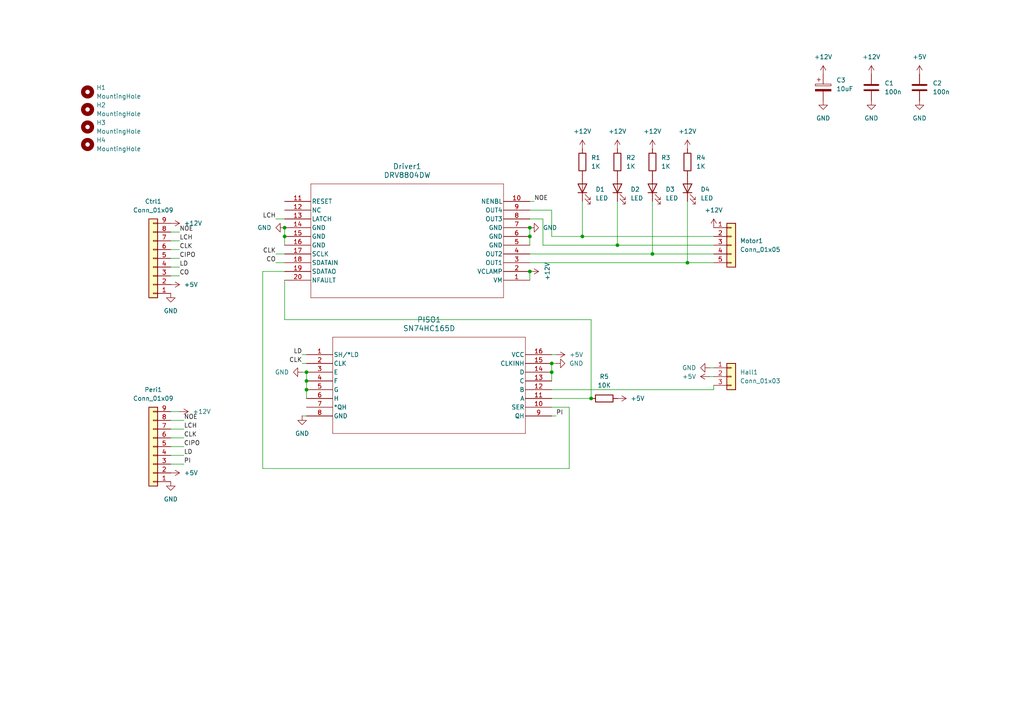
<source format=kicad_sch>
(kicad_sch (version 20250114) (generator "eeschema") (generator_version "9.0")
  (paper "A4")
  (lib_symbols
    (symbol "Connector_Generic:Conn_01x03" (pin_names (offset 1.016) (hide yes))
      (property "Reference" "J" (at 0 5.08 0))
      (property "Value" "Conn_01x03" (at 0 -5.08 0))
      (symbol "Conn_01x03_1_1"
        (rectangle (start -1.27 3.81) (end 1.27 -3.81) (stroke (width 0.254)) (fill (type background)))
        (rectangle (start -1.27 2.667) (end 0 2.413) (stroke (width 0.1524)))
        (rectangle (start -1.27 0.127) (end 0 -0.127) (stroke (width 0.1524)))
        (rectangle (start -1.27 -2.413) (end 0 -2.667) (stroke (width 0.1524)))
        (pin passive line (at -5.08 2.54 0) (length 3.81) (name "Pin_1") (number "1"))
        (pin passive line (at -5.08 0 0) (length 3.81) (name "Pin_2") (number "2"))
        (pin passive line (at -5.08 -2.54 0) (length 3.81) (name "Pin_3") (number "3"))
      )
    )
    (symbol "Connector_Generic:Conn_01x05" (pin_names (offset 1.016) (hide yes))
      (property "Reference" "J" (at 0 7.62 0))
      (property "Value" "Conn_01x05" (at 0 -7.62 0))
      (symbol "Conn_01x05_1_1"
        (rectangle (start -1.27 6.35) (end 1.27 -6.35) (stroke (width 0.254)) (fill (type background)))
        (rectangle (start -1.27 5.207) (end 0 4.953) (stroke (width 0.1524)))
        (rectangle (start -1.27 2.667) (end 0 2.413) (stroke (width 0.1524)))
        (rectangle (start -1.27 0.127) (end 0 -0.127) (stroke (width 0.1524)))
        (rectangle (start -1.27 -2.413) (end 0 -2.667) (stroke (width 0.1524)))
        (rectangle (start -1.27 -4.953) (end 0 -5.207) (stroke (width 0.1524)))
        (pin passive line (at -5.08 5.08 0) (length 3.81) (name "Pin_1") (number "1"))
        (pin passive line (at -5.08 2.54 0) (length 3.81) (name "Pin_2") (number "2"))
        (pin passive line (at -5.08 0 0) (length 3.81) (name "Pin_3") (number "3"))
        (pin passive line (at -5.08 -2.54 0) (length 3.81) (name "Pin_4") (number "4"))
        (pin passive line (at -5.08 -5.08 0) (length 3.81) (name "Pin_5") (number "5"))
      )
    )
    (symbol "Connector_Generic:Conn_01x09" (pin_names (offset 1.016) (hide yes))
      (property "Reference" "J" (at 0 12.7 0))
      (property "Value" "Conn_01x09" (at 0 -12.7 0))
      (symbol "Conn_01x09_1_1"
        (rectangle (start -1.27 11.43) (end 1.27 -11.43) (stroke (width 0.254)) (fill (type background)))
        (rectangle (start -1.27 10.287) (end 0 10.033) (stroke (width 0.1524)))
        (rectangle (start -1.27 7.747) (end 0 7.493) (stroke (width 0.1524)))
        (rectangle (start -1.27 5.207) (end 0 4.953) (stroke (width 0.1524)))
        (rectangle (start -1.27 2.667) (end 0 2.413) (stroke (width 0.1524)))
        (rectangle (start -1.27 0.127) (end 0 -0.127) (stroke (width 0.1524)))
        (rectangle (start -1.27 -2.413) (end 0 -2.667) (stroke (width 0.1524)))
        (rectangle (start -1.27 -4.953) (end 0 -5.207) (stroke (width 0.1524)))
        (rectangle (start -1.27 -7.493) (end 0 -7.747) (stroke (width 0.1524)))
        (rectangle (start -1.27 -10.033) (end 0 -10.287) (stroke (width 0.1524)))
        (pin passive line (at -5.08 10.16 0) (length 3.81) (name "Pin_1") (number "1"))
        (pin passive line (at -5.08 7.62 0) (length 3.81) (name "Pin_2") (number "2"))
        (pin passive line (at -5.08 5.08 0) (length 3.81) (name "Pin_3") (number "3"))
        (pin passive line (at -5.08 2.54 0) (length 3.81) (name "Pin_4") (number "4"))
        (pin passive line (at -5.08 0 0) (length 3.81) (name "Pin_5") (number "5"))
        (pin passive line (at -5.08 -2.54 0) (length 3.81) (name "Pin_6") (number "6"))
        (pin passive line (at -5.08 -5.08 0) (length 3.81) (name "Pin_7") (number "7"))
        (pin passive line (at -5.08 -7.62 0) (length 3.81) (name "Pin_8") (number "8"))
        (pin passive line (at -5.08 -10.16 0) (length 3.81) (name "Pin_9") (number "9"))
      )
    )
    (symbol "DRV8804:DRV8804DW" (pin_names (offset 0.254))
      (property "Reference" "U" (at 35.56 10.16 0))
      (property "Value" "DRV8804DW" (at 35.56 7.62 0))
      (symbol "DRV8804DW_0_1"
        (polyline (pts (xy 7.62 5.08) (xy 7.62 -27.94)) (stroke (width 0.127)))
        (polyline (pts (xy 7.62 -27.94) (xy 63.5 -27.94)) (stroke (width 0.127)))
        (polyline (pts (xy 63.5 5.08) (xy 7.62 5.08)) (stroke (width 0.127)))
        (polyline (pts (xy 63.5 -27.94) (xy 63.5 5.08)) (stroke (width 0.127)))
        (pin power_in line (at 0 0 0) (length 7.62) (name "VM") (number "1"))
        (pin output line (at 0 -2.54 0) (length 7.62) (name "VCLAMP") (number "2"))
        (pin output line (at 0 -5.08 0) (length 7.62) (name "OUT1") (number "3"))
        (pin output line (at 0 -7.62 0) (length 7.62) (name "OUT2") (number "4"))
        (pin power_in line (at 0 -10.16 0) (length 7.62) (name "GND") (number "5"))
        (pin power_in line (at 0 -12.7 0) (length 7.62) (name "GND") (number "6"))
        (pin power_in line (at 0 -15.24 0) (length 7.62) (name "GND") (number "7"))
        (pin output line (at 0 -17.78 0) (length 7.62) (name "OUT3") (number "8"))
        (pin output line (at 0 -20.32 0) (length 7.62) (name "OUT4") (number "9"))
        (pin input line (at 0 -22.86 0) (length 7.62) (name "NENBL") (number "10"))
        (pin output line (at 71.12 0 180) (length 7.62) (name "NFAULT") (number "20"))
        (pin output line (at 71.12 -2.54 180) (length 7.62) (name "SDATAO") (number "19"))
        (pin input line (at 71.12 -5.08 180) (length 7.62) (name "SDATAIN") (number "18"))
        (pin input line (at 71.12 -7.62 180) (length 7.62) (name "SCLK") (number "17"))
        (pin power_in line (at 71.12 -10.16 180) (length 7.62) (name "GND") (number "16"))
        (pin power_in line (at 71.12 -12.7 180) (length 7.62) (name "GND") (number "15"))
        (pin power_in line (at 71.12 -15.24 180) (length 7.62) (name "GND") (number "14"))
        (pin input line (at 71.12 -17.78 180) (length 7.62) (name "LATCH") (number "13"))
        (pin unspecified line (at 71.12 -20.32 180) (length 7.62) (name "NC") (number "12"))
        (pin input line (at 71.12 -22.86 180) (length 7.62) (name "RESET") (number "11"))
      )
    )
    (symbol "Device:C" (pin_numbers (hide yes)) (pin_names (offset 0.254))
      (property "Reference" "C" (at 0.635 2.54 0))
      (property "Value" "C" (at 0.635 -2.54 0))
      (symbol "C_0_1"
        (polyline (pts (xy -2.032 0.762) (xy 2.032 0.762)) (stroke (width 0.508)))
        (polyline (pts (xy -2.032 -0.762) (xy 2.032 -0.762)) (stroke (width 0.508)))
      )
      (symbol "C_1_1"
        (pin passive line (at 0 3.81 270) (length 2.794) (name "~") (number "1"))
        (pin passive line (at 0 -3.81 90) (length 2.794) (name "~") (number "2"))
      )
    )
    (symbol "Device:C_Polarized" (pin_numbers (hide yes)) (pin_names (offset 0.254))
      (property "Reference" "C" (at 0.635 2.54 0))
      (property "Value" "C_Polarized" (at 0.635 -2.54 0))
      (symbol "C_Polarized_0_1"
        (rectangle (start -2.286 0.508) (end 2.286 1.016))
        (polyline (pts (xy -1.778 2.286) (xy -0.762 2.286)))
        (polyline (pts (xy -1.27 2.794) (xy -1.27 1.778)))
        (rectangle (start 2.286 -0.508) (end -2.286 -1.016) (fill (type outline)))
      )
      (symbol "C_Polarized_1_1"
        (pin passive line (at 0 3.81 270) (length 2.794) (name "~") (number "1"))
        (pin passive line (at 0 -3.81 90) (length 2.794) (name "~") (number "2"))
      )
    )
    (symbol "Device:LED" (pin_numbers (hide yes)) (pin_names (offset 1.016) (hide yes))
      (property "Reference" "D" (at 0 2.54 0))
      (property "Value" "LED" (at 0 -2.54 0))
      (symbol "LED_0_1"
        (polyline (pts (xy -3.048 -0.762) (xy -4.572 -2.286) (xy -3.81 -2.286) (xy -4.572 -2.286) (xy -4.572 -1.524)))
        (polyline (pts (xy -1.778 -0.762) (xy -3.302 -2.286) (xy -2.54 -2.286) (xy -3.302 -2.286) (xy -3.302 -1.524)))
        (polyline (pts (xy -1.27 0) (xy 1.27 0)))
        (polyline (pts (xy -1.27 -1.27) (xy -1.27 1.27)) (stroke (width 0.254)))
        (polyline (pts (xy 1.27 -1.27) (xy 1.27 1.27) (xy -1.27 0) (xy 1.27 -1.27)) (stroke (width 0.254)))
      )
      (symbol "LED_1_1"
        (pin passive line (at -3.81 0 0) (length 2.54) (name "K") (number "1"))
        (pin passive line (at 3.81 0 180) (length 2.54) (name "A") (number "2"))
      )
    )
    (symbol "Device:R" (pin_numbers (hide yes)) (pin_names (offset 0))
      (property "Reference" "R" (at 2.032 0 90))
      (property "Value" "R" (at 0 0 90))
      (symbol "R_0_1"
        (rectangle (start -1.016 -2.54) (end 1.016 2.54) (stroke (width 0.254)))
      )
      (symbol "R_1_1"
        (pin passive line (at 0 3.81 270) (length 1.27) (name "~") (number "1"))
        (pin passive line (at 0 -3.81 90) (length 1.27) (name "~") (number "2"))
      )
    )
    (symbol "Mechanical:MountingHole" (pin_names (offset 1.016)) (in_bom no)
      (property "Reference" "H" (at 0 5.08 0))
      (property "Value" "MountingHole" (at 0 3.175 0))
      (symbol "MountingHole_0_1"
        (circle (center 0 0) (radius 1.27) (stroke (width 1.27)))
      )
    )
    (symbol "SN74HCS165:SN74HC165D" (pin_names (offset 0.254))
      (property "Reference" "U" (at 35.56 10.16 0))
      (property "Value" "SN74HC165D" (at 35.56 7.62 0))
      (symbol "SN74HC165D_0_1"
        (polyline (pts (xy 7.62 5.08) (xy 7.62 -22.86)) (stroke (width 0.127)))
        (polyline (pts (xy 7.62 -22.86) (xy 63.5 -22.86)) (stroke (width 0.127)))
        (polyline (pts (xy 63.5 5.08) (xy 7.62 5.08)) (stroke (width 0.127)))
        (polyline (pts (xy 63.5 -22.86) (xy 63.5 5.08)) (stroke (width 0.127)))
        (pin input line (at 0 0 0) (length 7.62) (name "SH/*LD") (number "1"))
        (pin input line (at 0 -2.54 0) (length 7.62) (name "CLK") (number "2"))
        (pin input line (at 0 -5.08 0) (length 7.62) (name "E") (number "3"))
        (pin input line (at 0 -7.62 0) (length 7.62) (name "F") (number "4"))
        (pin input line (at 0 -10.16 0) (length 7.62) (name "G") (number "5"))
        (pin input line (at 0 -12.7 0) (length 7.62) (name "H") (number "6"))
        (pin output line (at 0 -15.24 0) (length 7.62) (name "*QH") (number "7"))
        (pin power_in line (at 0 -17.78 0) (length 7.62) (name "GND") (number "8"))
        (pin power_in line (at 71.12 0 180) (length 7.62) (name "VCC") (number "16"))
        (pin input line (at 71.12 -2.54 180) (length 7.62) (name "CLKINH") (number "15"))
        (pin input line (at 71.12 -5.08 180) (length 7.62) (name "D") (number "14"))
        (pin input line (at 71.12 -7.62 180) (length 7.62) (name "C") (number "13"))
        (pin input line (at 71.12 -10.16 180) (length 7.62) (name "B") (number "12"))
        (pin input line (at 71.12 -12.7 180) (length 7.62) (name "A") (number "11"))
        (pin input line (at 71.12 -15.24 180) (length 7.62) (name "SER") (number "10"))
        (pin output line (at 71.12 -17.78 180) (length 7.62) (name "QH") (number "9"))
      )
    )
    (symbol "power:+12V" (power) (pin_numbers (hide yes)) (pin_names (offset 0) (hide yes))
      (property "Value" "+12V" (at 0 3.556 0))
      (symbol "+12V_0_1"
        (polyline (pts (xy -0.762 1.27) (xy 0 2.54)))
        (polyline (pts (xy 0 2.54) (xy 0.762 1.27)))
        (polyline (pts (xy 0 0) (xy 0 2.54)))
      )
      (symbol "+12V_1_1"
        (pin power_in line (at 0 0 90) (length 0) (name "~") (number "1"))
      )
    )
    (symbol "power:+5V" (power) (pin_numbers (hide yes)) (pin_names (offset 0) (hide yes))
      (property "Value" "+5V" (at 0 3.556 0))
      (symbol "+5V_0_1"
        (polyline (pts (xy -0.762 1.27) (xy 0 2.54)))
        (polyline (pts (xy 0 2.54) (xy 0.762 1.27)))
        (polyline (pts (xy 0 0) (xy 0 2.54)))
      )
      (symbol "+5V_1_1"
        (pin power_in line (at 0 0 90) (length 0) (name "~") (number "1"))
      )
    )
    (symbol "power:GND" (power) (pin_numbers (hide yes)) (pin_names (offset 0) (hide yes))
      (property "Value" "GND" (at 0 -3.81 0))
      (symbol "GND_0_1"
        (polyline (pts (xy 0 0) (xy 0 -1.27) (xy 1.27 -1.27) (xy 0 -2.54) (xy -1.27 -1.27) (xy 0 -1.27)))
      )
      (symbol "GND_1_1"
        (pin power_in line (at 0 0 270) (length 0) (name "~") (number "1"))
      )
    )
  )
  (junction (at 153.67 68.58))
  (junction (at 160.02 105.41))
  (junction (at 82.55 68.58))
  (junction (at 88.9 110.49))
  (junction (at 171.45 115.57))
  (junction (at 179.07 71.12))
  (junction (at 189.23 73.66))
  (junction (at 88.9 113.03))
  (junction (at 199.39 76.2))
  (junction (at 153.67 66.04))
  (junction (at 82.55 66.04))
  (junction (at 153.67 78.74))
  (junction (at 160.02 107.95))
  (junction (at 88.9 107.95))
  (junction (at 168.91 68.58))
  (wire (pts (xy 52.07 119.38) (xy 49.53 119.38)))
  (wire (pts (xy 87.63 120.65) (xy 88.9 120.65)))
  (wire (pts (xy 205.74 109.22) (xy 207.01 109.22)))
  (wire (pts (xy 168.91 58.42) (xy 168.91 68.58)))
  (wire (pts (xy 82.55 68.58) (xy 82.55 71.12)))
  (wire (pts (xy 160.02 60.96) (xy 160.02 68.58)))
  (wire (pts (xy 80.01 63.5) (xy 82.55 63.5)))
  (wire (pts (xy 153.67 78.74) (xy 153.67 81.28)))
  (wire (pts (xy 52.07 77.47) (xy 49.53 77.47)))
  (wire (pts (xy 207.01 111.76) (xy 207.01 113.03)))
  (wire (pts (xy 87.63 107.95) (xy 88.9 107.95)))
  (wire (pts (xy 153.67 73.66) (xy 189.23 73.66)))
  (wire (pts (xy 189.23 58.42) (xy 189.23 73.66)))
  (wire (pts (xy 160.02 68.58) (xy 168.91 68.58)))
  (wire (pts (xy 157.48 71.12) (xy 157.48 63.5)))
  (wire (pts (xy 53.34 132.08) (xy 49.53 132.08)))
  (wire (pts (xy 52.07 69.85) (xy 49.53 69.85)))
  (wire (pts (xy 53.34 121.92) (xy 49.53 121.92)))
  (wire (pts (xy 171.45 92.71) (xy 82.55 92.71)))
  (wire (pts (xy 157.48 71.12) (xy 179.07 71.12)))
  (wire (pts (xy 52.07 74.93) (xy 49.53 74.93)))
  (wire (pts (xy 160.02 105.41) (xy 160.02 107.95)))
  (wire (pts (xy 160.02 120.65) (xy 161.29 120.65)))
  (wire (pts (xy 82.55 66.04) (xy 82.55 68.58)))
  (wire (pts (xy 154.94 58.42) (xy 153.67 58.42)))
  (wire (pts (xy 153.67 68.58) (xy 153.67 71.12)))
  (wire (pts (xy 165.1 118.11) (xy 165.1 135.89)))
  (wire (pts (xy 153.67 63.5) (xy 157.48 63.5)))
  (wire (pts (xy 153.67 76.2) (xy 199.39 76.2)))
  (wire (pts (xy 189.23 73.66) (xy 207.01 73.66)))
  (wire (pts (xy 80.01 76.2) (xy 82.55 76.2)))
  (wire (pts (xy 160.02 107.95) (xy 160.02 110.49)))
  (wire (pts (xy 88.9 113.03) (xy 88.9 115.57)))
  (wire (pts (xy 82.55 92.71) (xy 82.55 81.28)))
  (wire (pts (xy 76.2 78.74) (xy 76.2 135.89)))
  (wire (pts (xy 179.07 71.12) (xy 207.01 71.12)))
  (wire (pts (xy 179.07 58.42) (xy 179.07 71.12)))
  (wire (pts (xy 88.9 107.95) (xy 88.9 110.49)))
  (wire (pts (xy 53.34 124.46) (xy 49.53 124.46)))
  (wire (pts (xy 205.74 106.68) (xy 207.01 106.68)))
  (wire (pts (xy 160.02 102.87) (xy 161.29 102.87)))
  (wire (pts (xy 88.9 110.49) (xy 88.9 113.03)))
  (wire (pts (xy 153.67 66.04) (xy 153.67 68.58)))
  (wire (pts (xy 82.55 78.74) (xy 76.2 78.74)))
  (wire (pts (xy 76.2 135.89) (xy 165.1 135.89)))
  (wire (pts (xy 199.39 76.2) (xy 207.01 76.2)))
  (wire (pts (xy 168.91 68.58) (xy 207.01 68.58)))
  (wire (pts (xy 52.07 72.39) (xy 49.53 72.39)))
  (wire (pts (xy 53.34 134.62) (xy 49.53 134.62)))
  (wire (pts (xy 199.39 58.42) (xy 199.39 76.2)))
  (wire (pts (xy 171.45 92.71) (xy 171.45 115.57)))
  (wire (pts (xy 53.34 127) (xy 49.53 127)))
  (wire (pts (xy 160.02 118.11) (xy 165.1 118.11)))
  (wire (pts (xy 87.63 105.41) (xy 88.9 105.41)))
  (wire (pts (xy 53.34 129.54) (xy 49.53 129.54)))
  (wire (pts (xy 160.02 115.57) (xy 171.45 115.57)))
  (wire (pts (xy 52.07 80.01) (xy 49.53 80.01)))
  (wire (pts (xy 52.07 67.31) (xy 49.53 67.31)))
  (wire (pts (xy 160.02 105.41) (xy 161.29 105.41)))
  (wire (pts (xy 87.63 102.87) (xy 88.9 102.87)))
  (wire (pts (xy 160.02 113.03) (xy 207.01 113.03)))
  (wire (pts (xy 80.01 73.66) (xy 82.55 73.66)))
  (wire (pts (xy 153.67 60.96) (xy 160.02 60.96)))
  (label "NOE" (at 154.94 58.42 0))
  (label "NOE" (at 52.07 67.31 0))
  (label "LD" (at 52.07 77.47 0))
  (label "CLK" (at 80.01 73.66 180))
  (label "CO" (at 52.07 80.01 0))
  (label "LCH" (at 52.07 69.85 0))
  (label "PI" (at 161.29 120.65 0))
  (label "LD" (at 53.34 132.08 0))
  (label "CLK" (at 53.34 127 0))
  (label "CLK" (at 52.07 72.39 0))
  (label "CIPO" (at 52.07 74.93 0))
  (label "NOE" (at 53.34 121.92 0))
  (label "LD" (at 87.63 102.87 180))
  (label "LCH" (at 53.34 124.46 0))
  (label "CIPO" (at 53.34 129.54 0))
  (label "LCH" (at 80.01 63.5 180))
  (label "CO" (at 80.01 76.2 180))
  (label "PI" (at 53.34 134.62 0))
  (label "CLK" (at 87.63 105.41 180))
  (symbol (lib_id "power:GND") (at 87.63 107.95 270) (unit 1)
    (property "Reference" "#PWR026" (effects (hide yes)))
    (property "Value" "GND" (at 83.82 107.9499 90) (effects (justify right)))
    (property "Description" "Power symbol creates a global label with name \"GND\" , ground" (effects (hide yes)))
  )
  (symbol (lib_id "power:+5V") (at 49.53 82.55 270) (unit 1)
    (property "Reference" "#PWR020" (effects (hide yes)))
    (property "Value" "+5V" (at 53.34 82.5499 90) (effects (justify left)))
    (property "Description" "Power symbol creates a global label with name \"+5V\"" (effects (hide yes)))
  )
  (symbol (lib_id "Device:R") (at 175.26 115.57 270) (unit 1)
    (property "Reference" "R5" (at 175.26 109.22 90))
    (property "Value" "10K" (at 175.26 111.76 90))
    (property "Footprint" "Resistor_SMD:R_0603_1608Metric" (effects (hide yes)))
    (property "Description" "Resistor" (effects (hide yes)))
  )
  (symbol (lib_id "power:GND") (at 238.76 29.21 0) (unit 1)
    (property "Reference" "#PWR027" (effects (hide yes)))
    (property "Value" "GND" (at 238.76 34.29 0))
    (property "Description" "Power symbol creates a global label with name \"GND\" , ground" (effects (hide yes)))
  )
  (symbol (lib_id "power:+5V") (at 179.07 115.57 270) (unit 1)
    (property "Reference" "#PWR08" (effects (hide yes)))
    (property "Value" "+5V" (at 182.88 115.5699 90) (effects (justify left)))
    (property "Description" "Power symbol creates a global label with name \"+5V\"" (effects (hide yes)))
  )
  (symbol (lib_id "power:GND") (at 266.7 29.21 0) (unit 1)
    (property "Reference" "#PWR06" (effects (hide yes)))
    (property "Value" "GND" (at 266.7 34.29 0))
    (property "Description" "Power symbol creates a global label with name \"GND\" , ground" (effects (hide yes)))
  )
  (symbol (lib_id "power:GND") (at 161.29 105.41 90) (unit 1)
    (property "Reference" "#PWR014" (effects (hide yes)))
    (property "Value" "GND" (at 165.1 105.4099 90) (effects (justify right)))
    (property "Description" "Power symbol creates a global label with name \"GND\" , ground" (effects (hide yes)))
  )
  (symbol (lib_id "power:GND") (at 153.67 66.04 90) (unit 1)
    (property "Reference" "#PWR02" (effects (hide yes)))
    (property "Value" "GND" (at 157.48 66.0399 90) (effects (justify right)))
    (property "Description" "Power symbol creates a global label with name \"GND\" , ground" (effects (hide yes)))
  )
  (symbol (lib_id "power:+5V") (at 49.53 137.16 270) (unit 1)
    (property "Reference" "#PWR023" (effects (hide yes)))
    (property "Value" "+5V" (at 53.34 137.1599 90) (effects (justify left)))
    (property "Description" "Power symbol creates a global label with name \"+5V\"" (effects (hide yes)))
  )
  (symbol (lib_id "Mechanical:MountingHole") (at 25.4 36.83 0) (unit 1) (in_bom no)
    (property "Reference" "H3" (at 27.94 35.5599 0) (effects (justify left)))
    (property "Value" "MountingHole" (at 27.94 38.0999 0) (effects (justify left)))
    (property "Footprint" "MountingHole:MountingHole_2.2mm_M2_ISO14580" (effects (hide yes)))
    (property "Description" "Mounting Hole without connection" (effects (hide yes)))
  )
  (symbol (lib_id "power:+12V") (at 168.91 43.18 0) (unit 1)
    (property "Reference" "#PWR013" (effects (hide yes)))
    (property "Value" "+12V" (at 168.91 38.1 0))
    (property "Description" "Power symbol creates a global label with name \"+12V\"" (effects (hide yes)))
  )
  (symbol (lib_id "power:+12V") (at 207.01 66.04 0) (unit 1)
    (property "Reference" "#PWR010" (effects (hide yes)))
    (property "Value" "+12V" (at 207.01 60.96 0))
    (property "Description" "Power symbol creates a global label with name \"+12V\"" (effects (hide yes)))
  )
  (symbol (lib_id "power:+5V") (at 266.7 21.59 0) (unit 1)
    (property "Reference" "#PWR01" (effects (hide yes)))
    (property "Value" "+5V" (at 266.7 16.51 0))
    (property "Description" "Power symbol creates a global label with name \"+5V\"" (effects (hide yes)))
  )
  (symbol (lib_id "Device:LED") (at 199.39 54.61 90) (unit 1)
    (property "Reference" "D4" (at 203.2 54.9274 90) (effects (justify right)))
    (property "Value" "LED" (at 203.2 57.4674 90) (effects (justify right)))
    (property "Footprint" "LED_SMD:LED_0603_1608Metric" (effects (hide yes)))
    (property "Description" "Light emitting diode" (effects (hide yes)))
    (property "Sim.Pins" "1=K 2=A" (effects (hide yes)))
  )
  (symbol (lib_id "Connector_Generic:Conn_01x03") (at 212.09 109.22 0) (unit 1)
    (property "Reference" "Hall1" (at 214.63 107.9499 0) (effects (justify left)))
    (property "Value" "Conn_01x03" (at 214.63 110.4899 0) (effects (justify left)))
    (property "Footprint" "Connector_PinSocket_2.54mm:PinSocket_1x03_P2.54mm_Vertical" (effects (hide yes)))
    (property "Description" "Generic connector, single row, 01x03, script generated (kicad-library-utils/schlib/autogen/connector/)" (effects (hide yes)))
  )
  (symbol (lib_id "power:+12V") (at 189.23 43.18 0) (unit 1)
    (property "Reference" "#PWR017" (effects (hide yes)))
    (property "Value" "+12V" (at 189.23 38.1 0))
    (property "Description" "Power symbol creates a global label with name \"+12V\"" (effects (hide yes)))
  )
  (symbol (lib_id "Connector_Generic:Conn_01x09") (at 44.45 129.54 180) (unit 1)
    (property "Reference" "Peri1" (at 44.45 113.03 0))
    (property "Value" "Conn_01x09" (at 44.45 115.57 0))
    (property "Footprint" "Connector_JST:JST_XH_B9B-XH-A_1x09_P2.50mm_Vertical" (effects (hide yes)))
    (property "Description" "Generic connector, single row, 01x09, script generated (kicad-library-utils/schlib/autogen/connector/)" (effects (hide yes)))
  )
  (symbol (lib_id "SN74HCS165:SN74HC165D") (at 88.9 102.87 0) (unit 1)
    (property "Reference" "PISO1" (at 124.46 92.71 0) (effects (font (size 1.524 1.524))))
    (property "Value" "SN74HC165D" (at 124.46 95.25 0) (effects (font (size 1.524 1.524))))
    (property "Footprint" "D16" (effects (hide yes)))
    (property "Datasheet" "https://www.ti.com/lit/gpn/sn74hc165" (effects (hide yes)))
  )
  (symbol (lib_id "DRV8804:DRV8804DW") (at 153.67 81.28 180) (unit 1)
    (property "Reference" "Driver1" (at 118.11 48.26 0) (effects (font (size 1.524 1.524))))
    (property "Value" "DRV8804DW" (at 118.11 50.8 0) (effects (font (size 1.524 1.524))))
    (property "Footprint" "DW20" (effects (hide yes)))
    (property "Datasheet" "https://www.ti.com/lit/gpn/drv8804" (effects (hide yes)))
  )
  (symbol (lib_id "Connector_Generic:Conn_01x09") (at 44.45 74.93 180) (unit 1)
    (property "Reference" "Ctrl1" (at 44.45 58.42 0))
    (property "Value" "Conn_01x09" (at 44.45 60.96 0))
    (property "Footprint" "Connector_JST:JST_XH_B9B-XH-A_1x09_P2.50mm_Vertical" (effects (hide yes)))
    (property "Description" "Generic connector, single row, 01x09, script generated (kicad-library-utils/schlib/autogen/connector/)" (effects (hide yes)))
  )
  (symbol (lib_id "power:GND") (at 252.73 29.21 0) (unit 1)
    (property "Reference" "#PWR04" (effects (hide yes)))
    (property "Value" "GND" (at 252.73 34.29 0))
    (property "Description" "Power symbol creates a global label with name \"GND\" , ground" (effects (hide yes)))
  )
  (symbol (lib_id "power:GND") (at 205.74 106.68 270) (unit 1)
    (property "Reference" "#PWR025" (effects (hide yes)))
    (property "Value" "GND" (at 201.93 106.6799 90) (effects (justify right)))
    (property "Description" "Power symbol creates a global label with name \"GND\" , ground" (effects (hide yes)))
  )
  (symbol (lib_id "Device:C") (at 266.7 25.4 0) (unit 1)
    (property "Reference" "C2" (at 270.51 24.1299 0) (effects (justify left)))
    (property "Value" "100n" (at 270.51 26.6699 0) (effects (justify left)))
    (property "Footprint" "Capacitor_SMD:C_0805_2012Metric" (effects (hide yes)))
    (property "Description" "Unpolarized capacitor" (effects (hide yes)))
  )
  (symbol (lib_id "power:GND") (at 49.53 139.7 0) (unit 1)
    (property "Reference" "#PWR024" (effects (hide yes)))
    (property "Value" "GND" (at 49.53 144.78 0))
    (property "Description" "Power symbol creates a global label with name \"GND\" , ground" (effects (hide yes)))
  )
  (symbol (lib_id "power:GND") (at 49.53 85.09 0) (unit 1)
    (property "Reference" "#PWR019" (effects (hide yes)))
    (property "Value" "GND" (at 49.53 90.17 0))
    (property "Description" "Power symbol creates a global label with name \"GND\" , ground" (effects (hide yes)))
  )
  (symbol (lib_id "Device:C") (at 252.73 25.4 0) (unit 1)
    (property "Reference" "C1" (at 256.54 24.1299 0) (effects (justify left)))
    (property "Value" "100n" (at 256.54 26.6699 0) (effects (justify left)))
    (property "Footprint" "Capacitor_SMD:C_0805_2012Metric" (effects (hide yes)))
    (property "Description" "Unpolarized capacitor" (effects (hide yes)))
  )
  (symbol (lib_id "power:+12V") (at 252.73 21.59 0) (unit 1)
    (property "Reference" "#PWR03" (effects (hide yes)))
    (property "Value" "+12V" (at 252.73 16.51 0))
    (property "Description" "Power symbol creates a global label with name \"+12V\"" (effects (hide yes)))
  )
  (symbol (lib_id "Device:R") (at 168.91 46.99 180) (unit 1)
    (property "Reference" "R1" (at 171.45 45.7199 0) (effects (justify right)))
    (property "Value" "1K" (at 171.45 48.2599 0) (effects (justify right)))
    (property "Footprint" "Resistor_SMD:R_0603_1608Metric" (effects (hide yes)))
    (property "Description" "Resistor" (effects (hide yes)))
  )
  (symbol (lib_id "Device:LED") (at 168.91 54.61 90) (unit 1)
    (property "Reference" "D1" (at 172.72 54.9274 90) (effects (justify right)))
    (property "Value" "LED" (at 172.72 57.4674 90) (effects (justify right)))
    (property "Footprint" "LED_SMD:LED_0603_1608Metric" (effects (hide yes)))
    (property "Description" "Light emitting diode" (effects (hide yes)))
    (property "Sim.Pins" "1=K 2=A" (effects (hide yes)))
  )
  (symbol (lib_id "power:+12V") (at 238.76 21.59 0) (unit 1)
    (property "Reference" "#PWR011" (effects (hide yes)))
    (property "Value" "+12V" (at 238.76 16.51 0))
    (property "Description" "Power symbol creates a global label with name \"+12V\"" (effects (hide yes)))
  )
  (symbol (lib_id "power:+12V") (at 153.67 78.74 270) (unit 1)
    (property "Reference" "#PWR05" (effects (hide yes)))
    (property "Value" "+12V" (at 158.75 78.74 0))
    (property "Description" "Power symbol creates a global label with name \"+12V\"" (effects (hide yes)))
  )
  (symbol (lib_id "power:+12V") (at 49.53 64.77 270) (unit 1)
    (property "Reference" "#PWR021" (effects (hide yes)))
    (property "Value" "+12V" (at 53.34 64.7699 90) (effects (justify left)))
    (property "Description" "Power symbol creates a global label with name \"+12V\"" (effects (hide yes)))
  )
  (symbol (lib_id "Device:C_Polarized") (at 238.76 25.4 0) (unit 1)
    (property "Reference" "C3" (at 242.57 23.2409 0) (effects (justify left)))
    (property "Value" "10uF" (at 242.57 25.7809 0) (effects (justify left)))
    (property "Footprint" "Capacitor_SMD:C_0805_2012Metric" (effects (hide yes)))
    (property "Description" "Polarized capacitor" (effects (hide yes)))
  )
  (symbol (lib_id "Device:LED") (at 179.07 54.61 90) (unit 1)
    (property "Reference" "D2" (at 182.88 54.9274 90) (effects (justify right)))
    (property "Value" "LED" (at 182.88 57.4674 90) (effects (justify right)))
    (property "Footprint" "LED_SMD:LED_0603_1608Metric" (effects (hide yes)))
    (property "Description" "Light emitting diode" (effects (hide yes)))
    (property "Sim.Pins" "1=K 2=A" (effects (hide yes)))
  )
  (symbol (lib_id "power:+5V") (at 205.74 109.22 90) (unit 1)
    (property "Reference" "#PWR016" (effects (hide yes)))
    (property "Value" "+5V" (at 201.93 109.2199 90) (effects (justify left)))
    (property "Description" "Power symbol creates a global label with name \"+5V\"" (effects (hide yes)))
  )
  (symbol (lib_id "power:GND") (at 87.63 120.65 0) (unit 1)
    (property "Reference" "#PWR09" (effects (hide yes)))
    (property "Value" "GND" (at 87.63 125.73 0))
    (property "Description" "Power symbol creates a global label with name \"GND\" , ground" (effects (hide yes)))
  )
  (symbol (lib_id "power:+12V") (at 52.07 119.38 270) (unit 1)
    (property "Reference" "#PWR022" (effects (hide yes)))
    (property "Value" "+12V" (at 55.88 119.3799 90) (effects (justify left)))
    (property "Description" "Power symbol creates a global label with name \"+12V\"" (effects (hide yes)))
  )
  (symbol (lib_id "Device:R") (at 189.23 46.99 180) (unit 1)
    (property "Reference" "R3" (at 191.77 45.7199 0) (effects (justify right)))
    (property "Value" "1K" (at 191.77 48.2599 0) (effects (justify right)))
    (property "Footprint" "Resistor_SMD:R_0603_1608Metric" (effects (hide yes)))
    (property "Description" "Resistor" (effects (hide yes)))
  )
  (symbol (lib_id "power:+5V") (at 161.29 102.87 270) (unit 1)
    (property "Reference" "#PWR012" (effects (hide yes)))
    (property "Value" "+5V" (at 165.1 102.8699 90) (effects (justify left)))
    (property "Description" "Power symbol creates a global label with name \"+5V\"" (effects (hide yes)))
  )
  (symbol (lib_id "Device:R") (at 179.07 46.99 180) (unit 1)
    (property "Reference" "R2" (at 181.61 45.7199 0) (effects (justify right)))
    (property "Value" "1K" (at 181.61 48.2599 0) (effects (justify right)))
    (property "Footprint" "Resistor_SMD:R_0603_1608Metric" (effects (hide yes)))
    (property "Description" "Resistor" (effects (hide yes)))
  )
  (symbol (lib_id "Connector_Generic:Conn_01x05") (at 212.09 71.12 0) (unit 1)
    (property "Reference" "Motor1" (at 214.63 69.8499 0) (effects (justify left)))
    (property "Value" "Conn_01x05" (at 214.63 72.3899 0) (effects (justify left)))
    (property "Footprint" "Connector_JST:JST_XH_B5B-XH-A_1x05_P2.50mm_Vertical" (effects (hide yes)))
    (property "Description" "Generic connector, single row, 01x05, script generated (kicad-library-utils/schlib/autogen/connector/)" (effects (hide yes)))
  )
  (symbol (lib_id "power:GND") (at 82.55 66.04 270) (unit 1)
    (property "Reference" "#PWR07" (effects (hide yes)))
    (property "Value" "GND" (at 78.74 66.0399 90) (effects (justify right)))
    (property "Description" "Power symbol creates a global label with name \"GND\" , ground" (effects (hide yes)))
  )
  (symbol (lib_id "Mechanical:MountingHole") (at 25.4 26.67 0) (unit 1) (in_bom no)
    (property "Reference" "H1" (at 27.94 25.3999 0) (effects (justify left)))
    (property "Value" "MountingHole" (at 27.94 27.9399 0) (effects (justify left)))
    (property "Footprint" "MountingHole:MountingHole_2.2mm_M2_ISO14580" (effects (hide yes)))
    (property "Description" "Mounting Hole without connection" (effects (hide yes)))
  )
  (symbol (lib_id "Device:R") (at 199.39 46.99 180) (unit 1)
    (property "Reference" "R4" (at 201.93 45.7199 0) (effects (justify right)))
    (property "Value" "1K" (at 201.93 48.2599 0) (effects (justify right)))
    (property "Footprint" "Resistor_SMD:R_0603_1608Metric" (effects (hide yes)))
    (property "Description" "Resistor" (effects (hide yes)))
  )
  (symbol (lib_id "Mechanical:MountingHole") (at 25.4 31.75 0) (unit 1) (in_bom no)
    (property "Reference" "H2" (at 27.94 30.4799 0) (effects (justify left)))
    (property "Value" "MountingHole" (at 27.94 33.0199 0) (effects (justify left)))
    (property "Footprint" "MountingHole:MountingHole_2.2mm_M2_ISO14580" (effects (hide yes)))
    (property "Description" "Mounting Hole without connection" (effects (hide yes)))
  )
  (symbol (lib_id "Device:LED") (at 189.23 54.61 90) (unit 1)
    (property "Reference" "D3" (at 193.04 54.9274 90) (effects (justify right)))
    (property "Value" "LED" (at 193.04 57.4674 90) (effects (justify right)))
    (property "Footprint" "LED_SMD:LED_0603_1608Metric" (effects (hide yes)))
    (property "Description" "Light emitting diode" (effects (hide yes)))
    (property "Sim.Pins" "1=K 2=A" (effects (hide yes)))
  )
  (symbol (lib_id "power:+12V") (at 179.07 43.18 0) (unit 1)
    (property "Reference" "#PWR015" (effects (hide yes)))
    (property "Value" "+12V" (at 179.07 38.1 0))
    (property "Description" "Power symbol creates a global label with name \"+12V\"" (effects (hide yes)))
  )
  (symbol (lib_id "Mechanical:MountingHole") (at 25.4 41.91 0) (unit 1) (in_bom no)
    (property "Reference" "H4" (at 27.94 40.6399 0) (effects (justify left)))
    (property "Value" "MountingHole" (at 27.94 43.1799 0) (effects (justify left)))
    (property "Footprint" "MountingHole:MountingHole_2.2mm_M2_ISO14580" (effects (hide yes)))
    (property "Description" "Mounting Hole without connection" (effects (hide yes)))
  )
  (symbol (lib_id "power:+12V") (at 199.39 43.18 0) (unit 1)
    (property "Reference" "#PWR018" (effects (hide yes)))
    (property "Value" "+12V" (at 199.39 38.1 0))
    (property "Description" "Power symbol creates a global label with name \"+12V\"" (effects (hide yes)))
  )
)
</source>
